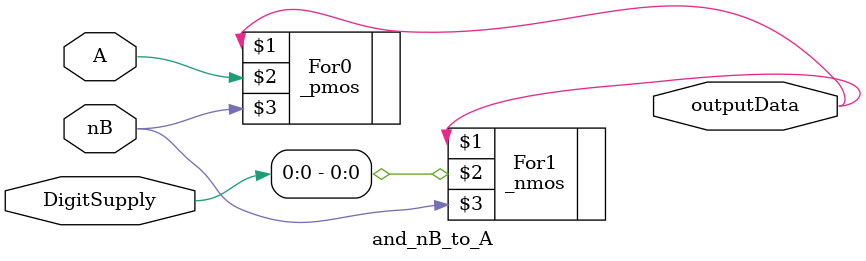
<source format=v>
module and_nB_to_A(

    output outputData,
    input [1:0] DigitSupply,
    input A,

    input nB
    );
    wire outputData;
    tri [1:0] DigitSupply;
    tri A;

    tri nB;
   

    _pmos For0(outputData,A, nB);
    _nmos For1(outputData,DigitSupply[0], nB);
    
endmodule

</source>
